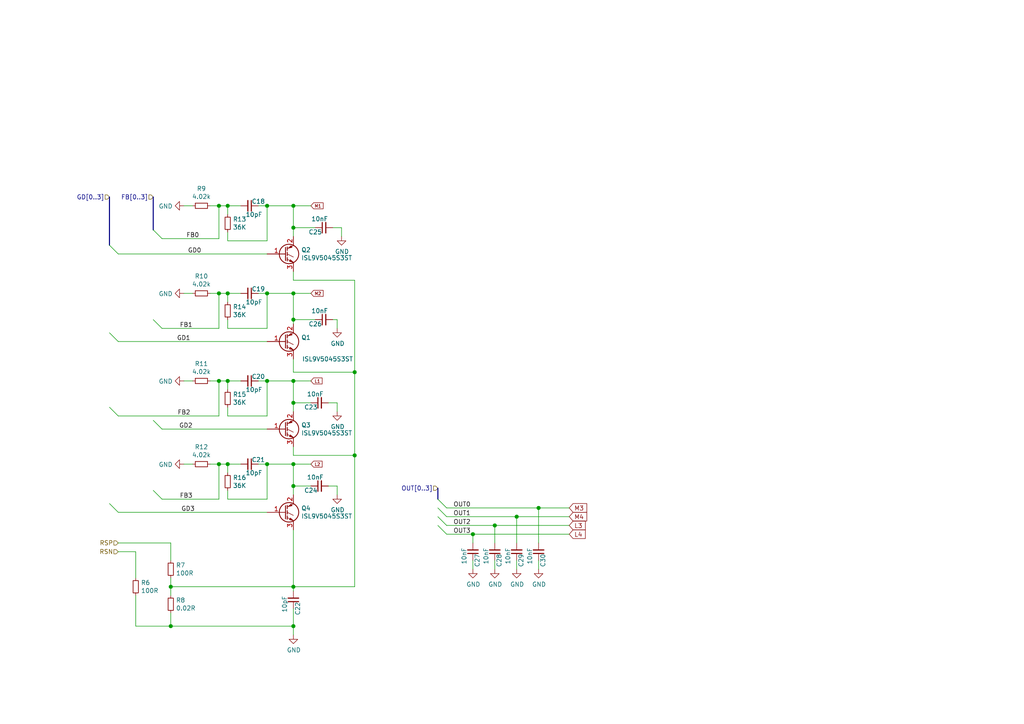
<source format=kicad_sch>
(kicad_sch (version 20210126) (generator eeschema)
  (paper "A4")
  (lib_symbols
    (symbol "Device:C_Small" (pin_numbers hide) (pin_names (offset 0.254) hide)
      (property "Reference" "C" (at 0.254 1.778 0))
      (property "Value" "C_Small" (at 0.254 -2.032 0))
      (symbol "C_Small_0_1"
        (polyline (pts (xy -1.524 -0.508) (xy 1.524 -0.508)) (stroke (width 0.3302)))
        (polyline (pts (xy -1.524 0.508) (xy 1.524 0.508)) (stroke (width 0.3048)))
      )
      (symbol "C_Small_1_1"
        (pin passive line (at 0 2.54 270) (length 2.032) (name "~") (number "1"))
        (pin passive line (at 0 -2.54 90) (length 2.032) (name "~") (number "2"))
      )
    )
    (symbol "Device:Q_NIGBT_GCE" (pin_names (offset 0) hide)
      (property "Reference" "Q" (at 5.08 1.27 0))
      (property "Value" "Q_NIGBT_GCE" (at 5.08 -1.27 0))
      (symbol "Q_NIGBT_GCE_0_1"
        (circle (center 1.27 0) (radius 2.8194) (stroke (width 0.254)))
        (polyline (pts (xy 0.762 -1.016) (xy 0.762 -2.032)) (stroke (width 0.254)))
        (polyline (pts (xy 0.762 0.508) (xy 0.762 -0.508)) (stroke (width 0.254)))
        (polyline (pts (xy 0.762 2.032) (xy 0.762 1.016)) (stroke (width 0.254)))
        (polyline (pts (xy 2.54 -2.413) (xy 0.762 -1.524)))
        (polyline (pts (xy 2.54 -0.889) (xy 0.762 0)))
        (polyline (pts (xy 2.54 2.413) (xy 0.762 1.524)))
        (polyline (pts (xy 0.254 1.905) (xy 0.254 -1.905) (xy 0.254 -1.905)) (stroke (width 0.254)))
        (polyline (pts (xy 1.397 -2.159) (xy 1.651 -1.651) (xy 2.54 -2.413) (xy 1.397 -2.159)) (fill (type outline)))
        (polyline (pts (xy 2.159 1.905) (xy 1.905 2.413) (xy 1.016 1.651) (xy 2.159 1.905)) (fill (type outline)))
      )
      (symbol "Q_NIGBT_GCE_1_1"
        (pin input line (at -5.08 0 0) (length 5.334) (name "G") (number "1"))
        (pin passive line (at 2.54 5.08 270) (length 2.54) (name "C") (number "2"))
        (pin passive line (at 2.54 -5.08 90) (length 2.54) (name "E") (number "3"))
      )
    )
    (symbol "Device:R_Small" (pin_numbers hide) (pin_names (offset 0.254) hide)
      (property "Reference" "R" (at 0.762 0.508 0))
      (property "Value" "R_Small" (at 0.762 -1.016 0))
      (symbol "R_Small_0_1"
        (rectangle (start -0.762 1.778) (end 0.762 -1.778) (stroke (width 0.2032)))
      )
      (symbol "R_Small_1_1"
        (pin passive line (at 0 2.54 270) (length 0.762) (name "~") (number "1"))
        (pin passive line (at 0 -2.54 90) (length 0.762) (name "~") (number "2"))
      )
    )
    (symbol "power:GND" (power) (pin_names (offset 0))
      (property "Value" "GND" (at 0 -3.81 0))
      (symbol "GND_0_1"
        (polyline (pts (xy 0 0) (xy 0 -1.27) (xy 1.27 -1.27) (xy 0 -2.54) (xy -1.27 -1.27) (xy 0 -1.27)))
      )
      (symbol "GND_1_1"
        (pin power_in line (at 0 0 270) (length 0) hide (name "GND") (number "1"))
      )
    )
  )
  (junction (at 49.53 170.18) (diameter 1.016))
  (junction (at 49.53 181.61) (diameter 1.016))
  (junction (at 63.5 59.69) (diameter 1.016))
  (junction (at 63.5 85.09) (diameter 1.016))
  (junction (at 63.5 110.49) (diameter 1.016))
  (junction (at 63.5 134.62) (diameter 1.016))
  (junction (at 66.04 59.69) (diameter 1.016))
  (junction (at 66.04 85.09) (diameter 1.016))
  (junction (at 66.04 110.49) (diameter 1.016))
  (junction (at 66.04 134.62) (diameter 1.016))
  (junction (at 77.47 59.69) (diameter 1.016))
  (junction (at 77.47 85.09) (diameter 1.016))
  (junction (at 77.47 110.49) (diameter 1.016))
  (junction (at 77.47 134.62) (diameter 1.016))
  (junction (at 85.09 59.69) (diameter 1.016))
  (junction (at 85.09 66.04) (diameter 1.016))
  (junction (at 85.09 85.09) (diameter 1.016))
  (junction (at 85.09 92.71) (diameter 1.016))
  (junction (at 85.09 110.49) (diameter 1.016))
  (junction (at 85.09 116.84) (diameter 1.016))
  (junction (at 85.09 134.62) (diameter 1.016))
  (junction (at 85.09 140.97) (diameter 1.016))
  (junction (at 85.09 170.18) (diameter 1.016))
  (junction (at 85.09 181.61) (diameter 1.016))
  (junction (at 102.87 107.95) (diameter 1.016))
  (junction (at 102.87 132.08) (diameter 1.016))
  (junction (at 137.16 154.94) (diameter 1.016))
  (junction (at 143.51 152.4) (diameter 1.016))
  (junction (at 149.86 149.86) (diameter 1.016))
  (junction (at 156.21 147.32) (diameter 1.016))
  (bus_entry (at 31.75 71.12) (size 2.54 2.54) (stroke (width 0.1524)))
  (bus_entry (at 31.75 96.52) (size 2.54 2.54) (stroke (width 0.1524)))
  (bus_entry (at 31.75 118.11) (size 2.54 2.54) (stroke (width 0.1524)))
  (bus_entry (at 31.75 146.05) (size 2.54 2.54) (stroke (width 0.1524)))
  (bus_entry (at 44.45 66.675) (size 2.54 2.54) (stroke (width 0.1524)))
  (bus_entry (at 44.45 92.71) (size 2.54 2.54) (stroke (width 0.1524)))
  (bus_entry (at 44.45 121.92) (size 2.54 2.54) (stroke (width 0.1524)))
  (bus_entry (at 44.45 142.24) (size 2.54 2.54) (stroke (width 0.1524)))
  (bus_entry (at 127 144.78) (size 2.54 2.54) (stroke (width 0.1524)))
  (bus_entry (at 127 147.32) (size 2.54 2.54) (stroke (width 0.1524)))
  (bus_entry (at 127 149.86) (size 2.54 2.54) (stroke (width 0.1524)))
  (bus_entry (at 127 152.4) (size 2.54 2.54) (stroke (width 0.1524)))
  (wire (pts (xy 34.29 73.66) (xy 77.47 73.66)))
  (wire (pts (xy 34.29 99.06) (xy 77.47 99.06)))
  (wire (pts (xy 34.29 120.65) (xy 63.5 120.65)))
  (wire (pts (xy 34.29 148.59) (xy 77.47 148.59)))
  (wire (pts (xy 34.29 157.48) (xy 49.53 157.48)))
  (wire (pts (xy 34.29 160.02) (xy 39.37 160.02)))
  (wire (pts (xy 39.37 160.02) (xy 39.37 167.64)))
  (wire (pts (xy 39.37 172.72) (xy 39.37 181.61)))
  (wire (pts (xy 39.37 181.61) (xy 49.53 181.61)))
  (wire (pts (xy 46.99 69.215) (xy 63.5 69.215)))
  (wire (pts (xy 46.99 95.25) (xy 63.5 95.25)))
  (wire (pts (xy 46.99 124.46) (xy 77.47 124.46)))
  (wire (pts (xy 46.99 144.78) (xy 63.5 144.78)))
  (wire (pts (xy 49.53 157.48) (xy 49.53 162.56)))
  (wire (pts (xy 49.53 167.64) (xy 49.53 170.18)))
  (wire (pts (xy 49.53 170.18) (xy 49.53 172.72)))
  (wire (pts (xy 49.53 170.18) (xy 85.09 170.18)))
  (wire (pts (xy 49.53 177.8) (xy 49.53 181.61)))
  (wire (pts (xy 49.53 181.61) (xy 85.09 181.61)))
  (wire (pts (xy 53.34 59.69) (xy 55.88 59.69)))
  (wire (pts (xy 53.34 85.09) (xy 55.88 85.09)))
  (wire (pts (xy 53.34 110.49) (xy 55.88 110.49)))
  (wire (pts (xy 53.34 134.62) (xy 55.88 134.62)))
  (wire (pts (xy 60.96 59.69) (xy 63.5 59.69)))
  (wire (pts (xy 60.96 85.09) (xy 63.5 85.09)))
  (wire (pts (xy 60.96 110.49) (xy 63.5 110.49)))
  (wire (pts (xy 60.96 134.62) (xy 63.5 134.62)))
  (wire (pts (xy 63.5 59.69) (xy 63.5 69.215)))
  (wire (pts (xy 63.5 59.69) (xy 66.04 59.69)))
  (wire (pts (xy 63.5 85.09) (xy 63.5 95.25)))
  (wire (pts (xy 63.5 85.09) (xy 66.04 85.09)))
  (wire (pts (xy 63.5 110.49) (xy 63.5 120.65)))
  (wire (pts (xy 63.5 110.49) (xy 66.04 110.49)))
  (wire (pts (xy 63.5 134.62) (xy 63.5 144.78)))
  (wire (pts (xy 63.5 134.62) (xy 66.04 134.62)))
  (wire (pts (xy 66.04 59.69) (xy 69.85 59.69)))
  (wire (pts (xy 66.04 62.23) (xy 66.04 59.69)))
  (wire (pts (xy 66.04 69.85) (xy 66.04 67.31)))
  (wire (pts (xy 66.04 85.09) (xy 69.85 85.09)))
  (wire (pts (xy 66.04 87.63) (xy 66.04 85.09)))
  (wire (pts (xy 66.04 95.25) (xy 66.04 92.71)))
  (wire (pts (xy 66.04 110.49) (xy 69.85 110.49)))
  (wire (pts (xy 66.04 113.03) (xy 66.04 110.49)))
  (wire (pts (xy 66.04 120.65) (xy 66.04 118.11)))
  (wire (pts (xy 66.04 134.62) (xy 69.85 134.62)))
  (wire (pts (xy 66.04 137.16) (xy 66.04 134.62)))
  (wire (pts (xy 66.04 144.78) (xy 66.04 142.24)))
  (wire (pts (xy 77.47 59.69) (xy 74.93 59.69)))
  (wire (pts (xy 77.47 59.69) (xy 77.47 69.85)))
  (wire (pts (xy 77.47 59.69) (xy 85.09 59.69)))
  (wire (pts (xy 77.47 69.85) (xy 66.04 69.85)))
  (wire (pts (xy 77.47 85.09) (xy 74.93 85.09)))
  (wire (pts (xy 77.47 85.09) (xy 77.47 95.25)))
  (wire (pts (xy 77.47 85.09) (xy 85.09 85.09)))
  (wire (pts (xy 77.47 95.25) (xy 66.04 95.25)))
  (wire (pts (xy 77.47 110.49) (xy 74.93 110.49)))
  (wire (pts (xy 77.47 110.49) (xy 77.47 120.65)))
  (wire (pts (xy 77.47 110.49) (xy 85.09 110.49)))
  (wire (pts (xy 77.47 120.65) (xy 66.04 120.65)))
  (wire (pts (xy 77.47 134.62) (xy 74.93 134.62)))
  (wire (pts (xy 77.47 134.62) (xy 77.47 144.78)))
  (wire (pts (xy 77.47 134.62) (xy 85.09 134.62)))
  (wire (pts (xy 77.47 144.78) (xy 66.04 144.78)))
  (wire (pts (xy 85.09 59.69) (xy 85.09 66.04)))
  (wire (pts (xy 85.09 59.69) (xy 90.17 59.69)))
  (wire (pts (xy 85.09 66.04) (xy 85.09 68.58)))
  (wire (pts (xy 85.09 78.74) (xy 85.09 81.28)))
  (wire (pts (xy 85.09 81.28) (xy 102.87 81.28)))
  (wire (pts (xy 85.09 85.09) (xy 85.09 92.71)))
  (wire (pts (xy 85.09 85.09) (xy 90.17 85.09)))
  (wire (pts (xy 85.09 92.71) (xy 85.09 93.98)))
  (wire (pts (xy 85.09 104.14) (xy 85.09 107.95)))
  (wire (pts (xy 85.09 107.95) (xy 102.87 107.95)))
  (wire (pts (xy 85.09 110.49) (xy 85.09 116.84)))
  (wire (pts (xy 85.09 110.49) (xy 90.17 110.49)))
  (wire (pts (xy 85.09 116.84) (xy 85.09 119.38)))
  (wire (pts (xy 85.09 129.54) (xy 85.09 132.08)))
  (wire (pts (xy 85.09 132.08) (xy 102.87 132.08)))
  (wire (pts (xy 85.09 134.62) (xy 85.09 140.97)))
  (wire (pts (xy 85.09 134.62) (xy 90.17 134.62)))
  (wire (pts (xy 85.09 140.97) (xy 85.09 143.51)))
  (wire (pts (xy 85.09 153.67) (xy 85.09 170.18)))
  (wire (pts (xy 85.09 170.18) (xy 85.09 171.45)))
  (wire (pts (xy 85.09 176.53) (xy 85.09 181.61)))
  (wire (pts (xy 85.09 181.61) (xy 85.09 184.15)))
  (wire (pts (xy 90.17 116.84) (xy 85.09 116.84)))
  (wire (pts (xy 90.17 140.97) (xy 85.09 140.97)))
  (wire (pts (xy 91.44 66.04) (xy 85.09 66.04)))
  (wire (pts (xy 91.44 92.71) (xy 85.09 92.71)))
  (wire (pts (xy 95.25 116.84) (xy 97.79 116.84)))
  (wire (pts (xy 95.25 140.97) (xy 97.79 140.97)))
  (wire (pts (xy 96.52 66.04) (xy 99.06 66.04)))
  (wire (pts (xy 96.52 92.71) (xy 97.79 92.71)))
  (wire (pts (xy 97.79 92.71) (xy 97.79 95.25)))
  (wire (pts (xy 97.79 116.84) (xy 97.79 119.38)))
  (wire (pts (xy 97.79 140.97) (xy 97.79 143.51)))
  (wire (pts (xy 99.06 66.04) (xy 99.06 68.58)))
  (wire (pts (xy 102.87 81.28) (xy 102.87 107.95)))
  (wire (pts (xy 102.87 107.95) (xy 102.87 132.08)))
  (wire (pts (xy 102.87 132.08) (xy 102.87 170.18)))
  (wire (pts (xy 102.87 170.18) (xy 85.09 170.18)))
  (wire (pts (xy 129.54 147.32) (xy 156.21 147.32)))
  (wire (pts (xy 129.54 149.86) (xy 149.86 149.86)))
  (wire (pts (xy 129.54 152.4) (xy 143.51 152.4)))
  (wire (pts (xy 129.54 154.94) (xy 137.16 154.94)))
  (wire (pts (xy 137.16 154.94) (xy 137.16 157.48)))
  (wire (pts (xy 137.16 154.94) (xy 165.1 154.94)))
  (wire (pts (xy 137.16 162.56) (xy 137.16 165.1)))
  (wire (pts (xy 143.51 152.4) (xy 143.51 157.48)))
  (wire (pts (xy 143.51 152.4) (xy 165.1 152.4)))
  (wire (pts (xy 143.51 162.56) (xy 143.51 165.1)))
  (wire (pts (xy 149.86 149.86) (xy 149.86 157.48)))
  (wire (pts (xy 149.86 149.86) (xy 165.1 149.86)))
  (wire (pts (xy 149.86 162.56) (xy 149.86 165.1)))
  (wire (pts (xy 156.21 147.32) (xy 156.21 157.48)))
  (wire (pts (xy 156.21 147.32) (xy 165.1 147.32)))
  (wire (pts (xy 156.21 162.56) (xy 156.21 165.1)))
  (bus (pts (xy 31.75 57.15) (xy 31.75 146.05)))
  (bus (pts (xy 44.45 57.15) (xy 44.45 142.24)))
  (bus (pts (xy 127 141.605) (xy 127 152.4)))
  (label "GD1" (at 55.245 99.06 180))
  (label "FB2" (at 55.245 120.65 180))
  (label "FB1" (at 55.88 95.25 180))
  (label "GD2" (at 55.88 124.46 180))
  (label "FB3" (at 55.88 144.78 180))
  (label "GD3" (at 56.515 148.59 180))
  (label "FB0" (at 57.785 69.215 180))
  (label "GD0" (at 58.42 73.66 180))
  (label "OUT0" (at 136.525 147.32 180))
  (label "OUT1" (at 136.525 149.86 180))
  (label "OUT2" (at 136.525 152.4 180))
  (label "OUT3" (at 136.525 154.94 180))
  (global_label "M1" (shape input) (at 90.17 59.69 0) (effects (font (size 0.889 0.889))) (property "Intersheet References" "${INTERSHEET_REFS}" (effects hide)))
  (global_label "M2" (shape input) (at 90.17 85.09 0) (effects (font (size 0.889 0.889))) (property "Intersheet References" "${INTERSHEET_REFS}" (effects hide)))
  (global_label "L1" (shape input) (at 90.17 110.49 0) (effects (font (size 0.889 0.889))) (property "Intersheet References" "${INTERSHEET_REFS}" (effects hide)))
  (global_label "L2" (shape input) (at 90.17 134.62 0) (effects (font (size 0.889 0.889))) (property "Intersheet References" "${INTERSHEET_REFS}" (effects hide)))
  (global_label "M3" (shape input) (at 165.1 147.32 0) (property "Intersheet References" "${INTERSHEET_REFS}" (effects hide)))
  (global_label "M4" (shape input) (at 165.1 149.86 0) (property "Intersheet References" "${INTERSHEET_REFS}" (effects hide)))
  (global_label "L3" (shape input) (at 165.1 152.4 0) (property "Intersheet References" "${INTERSHEET_REFS}" (effects hide)))
  (global_label "L4" (shape input) (at 165.1 154.94 0) (property "Intersheet References" "${INTERSHEET_REFS}" (effects hide)))
  (hierarchical_label "GD[0..3]" (shape input) (at 31.75 57.15 180))
  (hierarchical_label "RSP" (shape input) (at 34.29 157.48 180))
  (hierarchical_label "RSN" (shape input) (at 34.29 160.02 180))
  (hierarchical_label "FB[0..3]" (shape input) (at 44.45 57.15 180))
  (hierarchical_label "OUT[0..3]" (shape input) (at 127 141.605 180))
  (symbol (lib_id "power:GND") (at 53.34 59.69 270) (unit 1)
    (property "Reference" "#PWR0124" (effects hide))
    (property "Value" "GND" (at 50.0888 59.817 90) (effects (justify right)))
  )
  (symbol (lib_id "power:GND") (at 53.34 85.09 270) (unit 1)
    (property "Reference" "#PWR0125" (effects hide))
    (property "Value" "GND" (at 50.0888 85.217 90) (effects (justify right)))
  )
  (symbol (lib_id "power:GND") (at 53.34 110.49 270) (unit 1)
    (property "Reference" "#PWR0126" (effects hide))
    (property "Value" "GND" (at 50.0888 110.617 90) (effects (justify right)))
  )
  (symbol (lib_id "power:GND") (at 53.34 134.62 270) (unit 1)
    (property "Reference" "#PWR0127" (effects hide))
    (property "Value" "GND" (at 50.0888 134.747 90) (effects (justify right)))
  )
  (symbol (lib_id "power:GND") (at 85.09 184.15 0) (unit 1)
    (property "Reference" "#PWR0128" (effects hide))
    (property "Value" "GND" (at 85.217 188.5442 0))
  )
  (symbol (lib_id "power:GND") (at 97.79 95.25 0) (unit 1)
    (property "Reference" "#PWR01" (effects hide))
    (property "Value" "GND" (at 97.917 99.6442 0))
  )
  (symbol (lib_id "power:GND") (at 97.79 119.38 0) (unit 1)
    (property "Reference" "#PWR02" (effects hide))
    (property "Value" "GND" (at 97.917 123.7742 0))
  )
  (symbol (lib_id "power:GND") (at 97.79 143.51 0) (unit 1)
    (property "Reference" "#PWR03" (effects hide))
    (property "Value" "GND" (at 97.917 147.9042 0))
  )
  (symbol (lib_id "power:GND") (at 99.06 68.58 0) (unit 1)
    (property "Reference" "#PWR04" (effects hide))
    (property "Value" "GND" (at 99.187 72.9742 0))
  )
  (symbol (lib_id "power:GND") (at 137.16 165.1 0) (unit 1)
    (property "Reference" "#PWR05" (effects hide))
    (property "Value" "GND" (at 137.287 169.4942 0))
  )
  (symbol (lib_id "power:GND") (at 143.51 165.1 0) (unit 1)
    (property "Reference" "#PWR06" (effects hide))
    (property "Value" "GND" (at 143.637 169.4942 0))
  )
  (symbol (lib_id "power:GND") (at 149.86 165.1 0) (unit 1)
    (property "Reference" "#PWR07" (effects hide))
    (property "Value" "GND" (at 149.987 169.4942 0))
  )
  (symbol (lib_id "power:GND") (at 156.21 165.1 0) (unit 1)
    (property "Reference" "#PWR08" (effects hide))
    (property "Value" "GND" (at 156.337 169.4942 0))
  )
  (symbol (lib_id "Device:R_Small") (at 39.37 170.18 180) (unit 1)
    (property "Reference" "R6" (at 40.8686 169.0116 0) (effects (justify right)))
    (property "Value" "100R" (at 40.8686 171.323 0) (effects (justify right)))
    (property "Footprint" "Resistor_SMD:R_0603_1608Metric" (effects hide))
    (property "LCSC" "C159890" (effects hide))
  )
  (symbol (lib_id "Device:R_Small") (at 49.53 165.1 180) (unit 1)
    (property "Reference" "R7" (at 51.0286 163.9316 0) (effects (justify right)))
    (property "Value" "100R" (at 51.0286 166.243 0) (effects (justify right)))
    (property "Footprint" "Resistor_SMD:R_0603_1608Metric" (effects hide))
    (property "LCSC" "C159890" (effects hide))
  )
  (symbol (lib_id "Device:R_Small") (at 49.53 175.26 0) (unit 1)
    (property "Reference" "R8" (at 51.0286 174.0916 0) (effects (justify left)))
    (property "Value" "0.02R" (at 51.0286 176.403 0) (effects (justify left)))
    (property "Footprint" "Resistor_SMD:R_2512_6332Metric" (effects hide))
    (property "LCSC" "C326611" (effects hide))
  )
  (symbol (lib_id "Device:R_Small") (at 58.42 59.69 90) (unit 1)
    (property "Reference" "R9" (at 58.42 54.7116 90))
    (property "Value" "4.02k" (at 58.42 57.023 90))
    (property "Footprint" "Resistor_SMD:R_0603_1608Metric" (effects hide))
    (property "LCSC" "C23040" (effects hide))
  )
  (symbol (lib_id "Device:R_Small") (at 58.42 85.09 90) (unit 1)
    (property "Reference" "R10" (at 58.42 80.1116 90))
    (property "Value" "4.02k" (at 58.42 82.423 90))
    (property "Footprint" "Resistor_SMD:R_0603_1608Metric" (effects hide))
    (property "LCSC" "C23040" (effects hide))
  )
  (symbol (lib_id "Device:R_Small") (at 58.42 110.49 90) (unit 1)
    (property "Reference" "R11" (at 58.42 105.5116 90))
    (property "Value" "4.02k" (at 58.42 107.823 90))
    (property "Footprint" "Resistor_SMD:R_0603_1608Metric" (effects hide))
    (property "LCSC" "C23040" (effects hide))
  )
  (symbol (lib_id "Device:R_Small") (at 58.42 134.62 90) (unit 1)
    (property "Reference" "R12" (at 58.42 129.6416 90))
    (property "Value" "4.02k" (at 58.42 131.953 90))
    (property "Footprint" "Resistor_SMD:R_0603_1608Metric" (effects hide))
    (property "LCSC" "C23040" (effects hide))
  )
  (symbol (lib_id "Device:R_Small") (at 66.04 64.77 0) (unit 1)
    (property "Reference" "R13" (at 67.5386 63.6016 0) (effects (justify left)))
    (property "Value" "36K" (at 67.5386 65.913 0) (effects (justify left)))
    (property "Footprint" "Resistor_SMD:R_0603_1608Metric" (effects hide))
    (property "LCSC" "C192548" (effects hide))
  )
  (symbol (lib_id "Device:R_Small") (at 66.04 90.17 0) (unit 1)
    (property "Reference" "R14" (at 67.5386 89.0016 0) (effects (justify left)))
    (property "Value" "36K" (at 67.5386 91.313 0) (effects (justify left)))
    (property "Footprint" "Resistor_SMD:R_0603_1608Metric" (effects hide))
    (property "LCSC" "C192548" (effects hide))
  )
  (symbol (lib_id "Device:R_Small") (at 66.04 115.57 0) (unit 1)
    (property "Reference" "R15" (at 67.5386 114.4016 0) (effects (justify left)))
    (property "Value" "36K" (at 67.5386 116.713 0) (effects (justify left)))
    (property "Footprint" "Resistor_SMD:R_0603_1608Metric" (effects hide))
    (property "LCSC" "C192548" (effects hide))
  )
  (symbol (lib_id "Device:R_Small") (at 66.04 139.7 0) (unit 1)
    (property "Reference" "R16" (at 67.5386 138.5316 0) (effects (justify left)))
    (property "Value" "36K" (at 67.5386 140.843 0) (effects (justify left)))
    (property "Footprint" "Resistor_SMD:R_0603_1608Metric" (effects hide))
    (property "LCSC" "C192548" (effects hide))
  )
  (symbol (lib_id "Device:C_Small") (at 72.39 59.69 270) (mirror x) (unit 1)
    (property "Reference" "C18" (at 74.93 58.42 90))
    (property "Value" "10pF" (at 73.66 62.23 90))
    (property "Footprint" "Capacitor_SMD:C_0603_1608Metric" (effects hide))
    (property "LCSC" "C106245" (effects hide))
  )
  (symbol (lib_id "Device:C_Small") (at 72.39 85.09 270) (mirror x) (unit 1)
    (property "Reference" "C19" (at 74.93 83.82 90))
    (property "Value" "10pF" (at 73.66 87.63 90))
    (property "Footprint" "Capacitor_SMD:C_0603_1608Metric" (effects hide))
    (property "LCSC" "C106245" (effects hide))
  )
  (symbol (lib_id "Device:C_Small") (at 72.39 110.49 270) (mirror x) (unit 1)
    (property "Reference" "C20" (at 74.93 109.22 90))
    (property "Value" "10pF" (at 73.66 113.03 90))
    (property "Footprint" "Capacitor_SMD:C_0603_1608Metric" (effects hide))
    (property "LCSC" "C106245" (effects hide))
  )
  (symbol (lib_id "Device:C_Small") (at 72.39 134.62 270) (mirror x) (unit 1)
    (property "Reference" "C21" (at 74.93 133.35 90))
    (property "Value" "10pF" (at 73.66 137.16 90))
    (property "Footprint" "Capacitor_SMD:C_0603_1608Metric" (effects hide))
    (property "LCSC" "C106245" (effects hide))
  )
  (symbol (lib_id "Device:C_Small") (at 85.09 173.99 0) (mirror x) (unit 1)
    (property "Reference" "C22" (at 86.36 176.53 90))
    (property "Value" "10pF" (at 82.55 175.26 90))
    (property "Footprint" "Capacitor_SMD:C_0603_1608Metric" (effects hide))
  )
  (symbol (lib_id "Device:C_Small") (at 92.71 116.84 90) (mirror x) (unit 1)
    (property "Reference" "C23" (at 90.17 118.11 90))
    (property "Value" "10nF" (at 91.44 114.3 90))
    (property "Footprint" "Capacitor_SMD:C_0603_1608Metric" (effects hide))
    (property "LCSC" "C100042" (effects hide))
  )
  (symbol (lib_id "Device:C_Small") (at 92.71 140.97 90) (mirror x) (unit 1)
    (property "Reference" "C24" (at 90.17 142.24 90))
    (property "Value" "10nF" (at 91.44 138.43 90))
    (property "Footprint" "Capacitor_SMD:C_0603_1608Metric" (effects hide))
    (property "LCSC" "C100042" (effects hide))
  )
  (symbol (lib_id "Device:C_Small") (at 93.98 66.04 90) (mirror x) (unit 1)
    (property "Reference" "C25" (at 91.44 67.31 90))
    (property "Value" "10nF" (at 92.71 63.5 90))
    (property "Footprint" "Capacitor_SMD:C_0603_1608Metric" (effects hide))
    (property "LCSC" "C100042" (effects hide))
  )
  (symbol (lib_id "Device:C_Small") (at 93.98 92.71 90) (mirror x) (unit 1)
    (property "Reference" "C26" (at 91.44 93.98 90))
    (property "Value" "10nF" (at 92.71 90.17 90))
    (property "Footprint" "Capacitor_SMD:C_0603_1608Metric" (effects hide))
    (property "LCSC" "C100042" (effects hide))
  )
  (symbol (lib_id "Device:C_Small") (at 137.16 160.02 0) (mirror x) (unit 1)
    (property "Reference" "C27" (at 138.43 162.56 90))
    (property "Value" "10nF" (at 134.62 161.29 90))
    (property "Footprint" "Capacitor_SMD:C_0603_1608Metric" (effects hide))
    (property "LCSC" "C100042" (effects hide))
  )
  (symbol (lib_id "Device:C_Small") (at 143.51 160.02 0) (mirror x) (unit 1)
    (property "Reference" "C28" (at 144.78 162.56 90))
    (property "Value" "10nF" (at 140.97 161.29 90))
    (property "Footprint" "Capacitor_SMD:C_0603_1608Metric" (effects hide))
    (property "LCSC" "C100042" (effects hide))
  )
  (symbol (lib_id "Device:C_Small") (at 149.86 160.02 0) (mirror x) (unit 1)
    (property "Reference" "C29" (at 151.13 162.56 90))
    (property "Value" "10nF" (at 147.32 161.29 90))
    (property "Footprint" "Capacitor_SMD:C_0603_1608Metric" (effects hide))
    (property "LCSC" "C100042" (effects hide))
  )
  (symbol (lib_id "Device:C_Small") (at 156.21 160.02 0) (mirror x) (unit 1)
    (property "Reference" "C30" (at 157.48 162.56 90))
    (property "Value" "10nF" (at 153.67 161.29 90))
    (property "Footprint" "Capacitor_SMD:C_0603_1608Metric" (effects hide))
    (property "LCSC" "C100042" (effects hide))
  )
  (symbol (lib_id "Device:Q_NIGBT_GCE") (at 82.55 73.66 0) (unit 1)
    (property "Reference" "Q2" (at 87.376 72.4916 0) (effects (justify left)))
    (property "Value" "ISL9V5045S3ST" (at 87.376 74.803 0) (effects (justify left)))
    (property "Footprint" "Package_TO_SOT_SMD:TO-263-2" (effects hide))
  )
  (symbol (lib_id "Device:Q_NIGBT_GCE") (at 82.55 99.06 0) (unit 1)
    (property "Reference" "Q1" (at 87.376 97.8916 0) (effects (justify left)))
    (property "Value" "ISL9V5045S3ST" (at 87.63 104.14 0) (effects (justify left)))
    (property "Footprint" "Package_TO_SOT_SMD:TO-263-2" (effects hide))
  )
  (symbol (lib_id "Device:Q_NIGBT_GCE") (at 82.55 124.46 0) (unit 1)
    (property "Reference" "Q3" (at 87.376 123.2916 0) (effects (justify left)))
    (property "Value" "ISL9V5045S3ST" (at 87.376 125.603 0) (effects (justify left)))
    (property "Footprint" "Package_TO_SOT_SMD:TO-263-2" (effects hide))
  )
  (symbol (lib_id "Device:Q_NIGBT_GCE") (at 82.55 148.59 0) (unit 1)
    (property "Reference" "Q4" (at 87.376 147.4216 0) (effects (justify left)))
    (property "Value" "ISL9V5045S3ST" (at 87.376 149.733 0) (effects (justify left)))
    (property "Footprint" "Package_TO_SOT_SMD:TO-263-2" (effects hide))
  )
)
</source>
